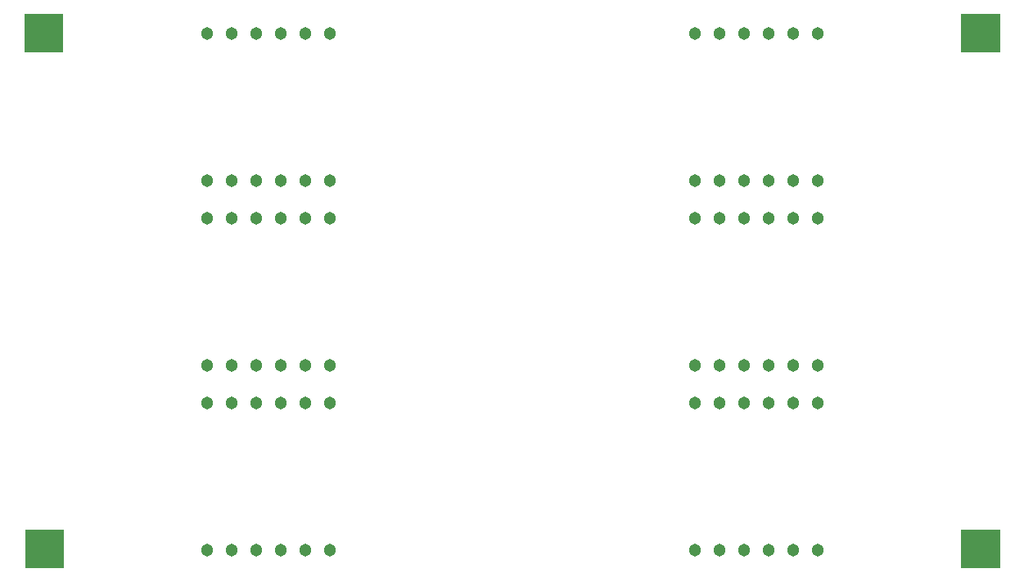
<source format=gbr>
%TF.GenerationSoftware,Altium Limited,Altium Designer,21.8.1 (53)*%
G04 Layer_Color=8388736*
%FSLAX45Y45*%
%MOMM*%
%TF.SameCoordinates,046F884E-5673-4B57-908A-D09F833A34A9*%
%TF.FilePolarity,Negative*%
%TF.FileFunction,Soldermask,Top*%
%TF.Part,Single*%
G01*
G75*
%TA.AperFunction,ComponentPad*%
%ADD35C,1.30320*%
%TA.AperFunction,ViaPad*%
%ADD36C,3.20320*%
G36*
X8520000Y5990000D02*
X8120000D01*
Y6390000D01*
X8520000D01*
Y5990000D01*
D02*
G37*
G36*
X8510000Y11330000D02*
X8110000D01*
Y11730000D01*
X8510000D01*
Y11330000D01*
D02*
G37*
G36*
X18200000Y5990000D02*
X17800000D01*
Y6390000D01*
X18200000D01*
Y5990000D01*
D02*
G37*
G36*
Y11330000D02*
X17800000D01*
Y11730000D01*
X18200000D01*
Y11330000D01*
D02*
G37*
D35*
X11270000Y11524000D02*
D03*
X11016000D02*
D03*
X10762000D02*
D03*
X10508000D02*
D03*
X10254000D02*
D03*
X10000000D02*
D03*
X11270000Y10000000D02*
D03*
X11016000D02*
D03*
X10762000D02*
D03*
X10508000D02*
D03*
X10254000D02*
D03*
X10000000D02*
D03*
X15050000D02*
D03*
X15303999D02*
D03*
X15558000D02*
D03*
X15812000D02*
D03*
X16066000D02*
D03*
X16320000D02*
D03*
X15050000Y11524000D02*
D03*
X15303999D02*
D03*
X15558000D02*
D03*
X15812000D02*
D03*
X16066000D02*
D03*
X16320000D02*
D03*
X11270000Y9614000D02*
D03*
X11016000D02*
D03*
X10762000D02*
D03*
X10508000D02*
D03*
X10254000D02*
D03*
X10000000D02*
D03*
X11270000Y8090000D02*
D03*
X11016000D02*
D03*
X10762000D02*
D03*
X10508000D02*
D03*
X10254000D02*
D03*
X10000000D02*
D03*
X15050000D02*
D03*
X15303999D02*
D03*
X15558000D02*
D03*
X15812000D02*
D03*
X16066000D02*
D03*
X16320000D02*
D03*
X15050000Y9614000D02*
D03*
X15303999D02*
D03*
X15558000D02*
D03*
X15812000D02*
D03*
X16066000D02*
D03*
X16320000D02*
D03*
Y7704000D02*
D03*
X16066000D02*
D03*
X15812000D02*
D03*
X15558000D02*
D03*
X15303999D02*
D03*
X15050000D02*
D03*
X16320000Y6180000D02*
D03*
X16066000D02*
D03*
X15812000D02*
D03*
X15558000D02*
D03*
X15303999D02*
D03*
X15050000D02*
D03*
X10000000D02*
D03*
X10254000D02*
D03*
X10508000D02*
D03*
X10762000D02*
D03*
X11016000D02*
D03*
X11270000D02*
D03*
X10000000Y7704000D02*
D03*
X10254000D02*
D03*
X10508000D02*
D03*
X10762000D02*
D03*
X11016000D02*
D03*
X11270000D02*
D03*
D36*
X8325000Y6200000D02*
D03*
X18000000D02*
D03*
Y11525000D02*
D03*
X8325000D02*
D03*
%TF.MD5,0e8cd57eebfc482e06ddc49835d3ecbb*%
M02*

</source>
